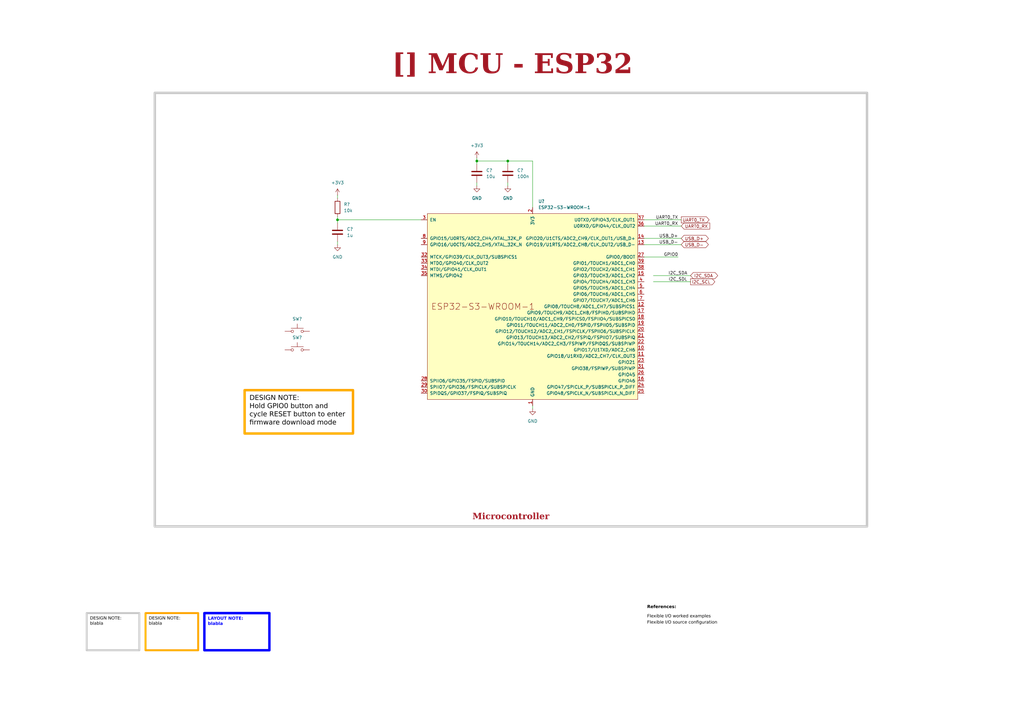
<source format=kicad_sch>
(kicad_sch (version 20231120) (generator "eeschema") (generator_version "8.0")
  (paper "A3")
  (title_block (title "MCU - ESP32") (date "Last Modified Date") (rev "${REVISION}") (company "${COMPANY}"))
  (lib_symbols
    (symbol "+3V3_1" (power) (pin_numbers hide) (pin_names (offset 0) hide)
      (property "Value" "+3V3" (at 0 3.556 0))
      (symbol "+3V3_1_0_1"
        (polyline (pts (xy -0.762 1.27) (xy 0 2.54)))
        (polyline (pts (xy 0 0) (xy 0 2.54)))
        (polyline (pts (xy 0 2.54) (xy 0.762 1.27)))
      )
      (symbol "+3V3_1_1_1"
        (pin power_in line (at 0 0 90) (length 0) (name "~") (number "1"))
      )
    )
    (symbol "Device:C" (pin_numbers hide) (pin_names (offset 0.254))
      (property "Reference" "C" (at 0.635 2.54 0))
      (property "Value" "C" (at 0.635 -2.54 0))
      (symbol "C_0_1"
        (polyline (pts (xy -2.032 -0.762) (xy 2.032 -0.762)) (stroke (width 0.508)))
        (polyline (pts (xy -2.032 0.762) (xy 2.032 0.762)) (stroke (width 0.508)))
      )
      (symbol "C_1_1"
        (pin passive line (at 0 3.81 270) (length 2.794) (name "~") (number "1"))
        (pin passive line (at 0 -3.81 90) (length 2.794) (name "~") (number "2"))
      )
    )
    (symbol "Device:R" (pin_numbers hide) (pin_names (offset 0))
      (property "Reference" "R" (at 2.032 0 90))
      (property "Value" "R" (at 0 0 90))
      (symbol "R_0_1"
        (rectangle (start -1.016 -2.54) (end 1.016 2.54) (stroke (width 0.254)))
      )
      (symbol "R_1_1"
        (pin passive line (at 0 3.81 270) (length 1.27) (name "~") (number "1"))
        (pin passive line (at 0 -3.81 90) (length 1.27) (name "~") (number "2"))
      )
    )
    (symbol "PCM_Espressif:ESP32-S3-WROOM-1" (pin_names (offset 1.016))
      (property "Reference" "U" (at -43.18 43.18 0))
      (property "Value" "ESP32-S3-WROOM-1" (at -43.18 40.64 0))
      (symbol "ESP32-S3-WROOM-1_0_0"
        (text "ESP32-S3-WROOM-1" (at -20.32 0 0) (effects (font (size 2.54 2.54))))
        (pin power_in line (at 0 -40.64 90) (length 2.54) (name "GND") (number "1"))
        (pin bidirectional line (at 45.72 -17.78 180) (length 2.54) (name "GPIO17/U1TXD/ADC2_CH6") (number "10"))
        (pin bidirectional line (at 45.72 -20.32 180) (length 2.54) (name "GPIO18/U1RXD/ADC2_CH7/CLK_OUT3") (number "11"))
        (pin bidirectional line (at 45.72 0 180) (length 2.54) (name "GPIO8/TOUCH8/ADC1_CH7/SUBSPICS1") (number "12"))
        (pin bidirectional line (at 45.72 25.4 180) (length 2.54) (name "GPIO19/U1RTS/ADC2_CH8/CLK_OUT2/USB_D-") (number "13"))
        (pin bidirectional line (at 45.72 27.94 180) (length 2.54) (name "GPIO20/U1CTS/ADC2_CH9/CLK_OUT1/USB_D+") (number "14"))
        (pin bidirectional line (at 45.72 12.7 180) (length 2.54) (name "GPIO3/TOUCH3/ADC1_CH2") (number "15"))
        (pin bidirectional line (at 45.72 -30.48 180) (length 2.54) (name "GPIO46") (number "16"))
        (pin bidirectional line (at 45.72 -2.54 180) (length 2.54) (name "GPIO9/TOUCH9/ADC1_CH8/FSPIHD/SUBSPIHD") (number "17"))
        (pin bidirectional line (at 45.72 -5.08 180) (length 2.54) (name "GPIO10/TOUCH10/ADC1_CH9/FSPICS0/FSPIIO4/SUBSPICS0") (number "18"))
        (pin bidirectional line (at 45.72 -7.62 180) (length 2.54) (name "GPIO11/TOUCH11/ADC2_CH0/FSPID/FSPIIO5/SUBSPID") (number "19"))
        (pin power_in line (at 0 40.64 270) (length 2.54) (name "3V3") (number "2"))
        (pin bidirectional line (at 45.72 -10.16 180) (length 2.54) (name "GPIO12/TOUCH12/ADC2_CH1/FSPICLK/FSPIIO6/SUBSPICLK") (number "20"))
        (pin bidirectional line (at 45.72 -12.7 180) (length 2.54) (name "GPIO13/TOUCH13/ADC2_CH2/FSPIQ/FSPIIO7/SUBSPIQ") (number "21"))
        (pin bidirectional line (at 45.72 -15.24 180) (length 2.54) (name "GPIO14/TOUCH14/ADC2_CH3/FSPIWP/FSPIDQS/SUBSPIWP") (number "22"))
        (pin bidirectional line (at 45.72 -22.86 180) (length 2.54) (name "GPIO21") (number "23"))
        (pin bidirectional line (at 45.72 -33.02 180) (length 2.54) (name "GPIO47/SPICLK_P/SUBSPICLK_P_DIFF") (number "24"))
        (pin bidirectional line (at 45.72 -35.56 180) (length 2.54) (name "GPIO48/SPICLK_N/SUBSPICLK_N_DIFF") (number "25"))
        (pin bidirectional line (at 45.72 -27.94 180) (length 2.54) (name "GPIO45") (number "26"))
        (pin bidirectional line (at 45.72 20.32 180) (length 2.54) (name "GPIO0/BOOT") (number "27"))
        (pin bidirectional line (at -45.72 -30.48 0) (length 2.54) (name "SPIIO6/GPIO35/FSPID/SUBSPID") (number "28"))
        (pin bidirectional line (at -45.72 -33.02 0) (length 2.54) (name "SPIIO7/GPIO36/FSPICLK/SUBSPICLK") (number "29"))
        (pin input line (at -45.72 35.56 0) (length 2.54) (name "EN") (number "3"))
        (pin bidirectional line (at -45.72 -35.56 0) (length 2.54) (name "SPIDQS/GPIO37/FSPIQ/SUBSPIQ") (number "30"))
        (pin bidirectional line (at 45.72 -25.4 180) (length 2.54) (name "GPIO38/FSPIWP/SUBSPIWP") (number "31"))
        (pin bidirectional line (at -45.72 20.32 0) (length 2.54) (name "MTCK/GPIO39/CLK_OUT3/SUBSPICS1") (number "32"))
        (pin bidirectional line (at -45.72 17.78 0) (length 2.54) (name "MTDO/GPIO40/CLK_OUT2") (number "33"))
        (pin bidirectional line (at -45.72 15.24 0) (length 2.54) (name "MTDI/GPIO41/CLK_OUT1") (number "34"))
        (pin bidirectional line (at -45.72 12.7 0) (length 2.54) (name "MTMS/GPIO42") (number "35"))
        (pin bidirectional line (at 45.72 33.02 180) (length 2.54) (name "U0RXD/GPIO44/CLK_OUT2") (number "36"))
        (pin bidirectional line (at 45.72 35.56 180) (length 2.54) (name "U0TXD/GPIO43/CLK_OUT1") (number "37"))
        (pin bidirectional line (at 45.72 15.24 180) (length 2.54) (name "GPIO2/TOUCH2/ADC1_CH1") (number "38"))
        (pin bidirectional line (at 45.72 17.78 180) (length 2.54) (name "GPIO1/TOUCH1/ADC1_CH0") (number "39"))
        (pin bidirectional line (at 45.72 10.16 180) (length 2.54) (name "GPIO4/TOUCH4/ADC1_CH3") (number "4"))
        (pin passive line (at 0 -40.64 90) (length 2.54) hide (name "GND") (number "40"))
        (pin passive line (at 0 -40.64 90) (length 2.54) hide (name "GND") (number "41"))
        (pin bidirectional line (at 45.72 7.62 180) (length 2.54) (name "GPIO5/TOUCH5/ADC1_CH4") (number "5"))
        (pin bidirectional line (at 45.72 5.08 180) (length 2.54) (name "GPIO6/TOUCH6/ADC1_CH5") (number "6"))
        (pin bidirectional line (at 45.72 2.54 180) (length 2.54) (name "GPIO7/TOUCH7/ADC1_CH6") (number "7"))
        (pin bidirectional line (at -45.72 27.94 0) (length 2.54) (name "GPIO15/U0RTS/ADC2_CH4/XTAL_32K_P") (number "8"))
        (pin bidirectional line (at -45.72 25.4 0) (length 2.54) (name "GPIO16/U0CTS/ADC2_CH5/XTAL_32K_N") (number "9"))
      )
      (symbol "ESP32-S3-WROOM-1_0_1"
        (rectangle (start -43.18 38.1) (end 43.18 -38.1) (fill (type background)))
      )
    )
    (symbol "Switch:SW_Push" (pin_numbers hide) (pin_names (offset 1.016) hide)
      (property "Reference" "SW" (at 1.27 2.54 0))
      (property "Value" "SW_Push" (at 0 -1.524 0))
      (symbol "SW_Push_0_1"
        (circle (center -2.032 0) (radius 0.508))
        (polyline (pts (xy 0 1.27) (xy 0 3.048)))
        (polyline (pts (xy 2.54 1.27) (xy -2.54 1.27)))
        (circle (center 2.032 0) (radius 0.508))
        (pin passive line (at -5.08 0 0) (length 2.54) (name "1") (number "1"))
        (pin passive line (at 5.08 0 180) (length 2.54) (name "2") (number "2"))
      )
    )
    (symbol "power:GND" (power) (pin_names (offset 0))
      (property "Value" "GND" (at 0 -3.81 0))
      (symbol "GND_0_1"
        (polyline (pts (xy 0 0) (xy 0 -1.27) (xy 1.27 -1.27) (xy 0 -2.54) (xy -1.27 -1.27) (xy 0 -1.27)))
      )
      (symbol "GND_1_1"
        (pin power_in line (at 0 0 270) (length 0) hide (name "GND") (number "1"))
      )
    )
  )
  (junction (at 195.58 66.04))
  (junction (at 138.43 90.17))
  (junction (at 208.28 66.04))
  (wire (pts (xy 267.97 115.57) (xy 283.21 115.57)))
  (wire (pts (xy 138.43 80.01) (xy 138.43 81.28)))
  (wire (pts (xy 264.16 90.17) (xy 279.4 90.17)))
  (wire (pts (xy 138.43 90.17) (xy 138.43 91.44)))
  (wire (pts (xy 264.16 100.33) (xy 279.4 100.33)))
  (wire (pts (xy 208.28 76.2) (xy 208.28 74.93)))
  (wire (pts (xy 264.16 97.79) (xy 279.4 97.79)))
  (wire (pts (xy 195.58 64.77) (xy 195.58 66.04)))
  (wire (pts (xy 138.43 88.9) (xy 138.43 90.17)))
  (wire (pts (xy 208.28 66.04) (xy 195.58 66.04)))
  (wire (pts (xy 138.43 100.33) (xy 138.43 99.06)))
  (wire (pts (xy 218.44 66.04) (xy 208.28 66.04)))
  (wire (pts (xy 195.58 66.04) (xy 195.58 67.31)))
  (wire (pts (xy 264.16 92.71) (xy 279.4 92.71)))
  (wire (pts (xy 264.16 105.41) (xy 278.13 105.41)))
  (wire (pts (xy 218.44 167.64) (xy 218.44 166.37)))
  (wire (pts (xy 218.44 85.09) (xy 218.44 66.04)))
  (wire (pts (xy 138.43 90.17) (xy 172.72 90.17)))
  (wire (pts (xy 208.28 67.31) (xy 208.28 66.04)))
  (wire (pts (xy 267.97 113.03) (xy 283.21 113.03)))
  (wire (pts (xy 195.58 76.2) (xy 195.58 74.93)))
  (rectangle (start 63.5 38.1) (end 355.6 215.9) (stroke (width 1) (color 200 200 200 1)))
  (text_box "DESIGN NOTE:\nHold GPIO0 button and cycle RESET button to enter firmware download mode" (at 100.33 160.02 0) (size 44.45 17.78) (stroke (width 1) (color 255 165 0 1)) (effects (font (size 2 2)) (justify left top)))
  (text_box "[${#}] ${TITLE}" (at 110.49 20.32 0) (size 199.39 12.7) (stroke (width -0.0001)) (effects (font (size 8 8) (thickness 1.2) (bold yes))))
  (text_box "DESIGN NOTE:\nblabla" (at 59.69 251.46 0) (size 21.59 15.24) (stroke (width 0.8) (color 255 165 0 1)) (effects (font (size 1.27 1.27)) (justify left top)))
  (text_box "LAYOUT NOTE:\nblabla" (at 83.82 251.46 0) (size 26.67 15.24) (stroke (width 1) (color 0 0 255 1)) (effects (font (size 1.27 1.27) (thickness 0.4) (bold yes)) (justify left top)))
  (text_box "Microcontroller" (at 63.5 205.74 0) (size 292.1 9.525) (stroke (width -0.0001)) (effects (font (size 2.54 2.54) (thickness 0.508) (bold yes)) (justify bottom)))
  (text_box "DESIGN NOTE:\nblabla" (at 35.56 251.46 0) (size 21.59 15.24) (stroke (width 0.8) (color 200 200 200 1)) (effects (font (size 1.27 1.27)) (justify left top)))
  (text "Flexible I/O worked examples" (at 265.43 254 0) (effects (font (size 1.27 1.27)) (justify left bottom)))
  (text "References:" (at 265.43 250.19 0) (effects (font (size 1.27 1.27) (thickness 0.254) (bold yes)) (justify left bottom)))
  (text "Flexible I/O source configuration" (at 265.43 256.54 0) (effects (font (size 1.27 1.27)) (justify left bottom)))
  (label "UART0_RX" (at 278.13 92.71 180))
  (label "GPIO0" (at 278.13 105.41 180))
  (label "I2C_SDL" (at 281.94 115.57 180))
  (label "USB_D+" (at 278.13 97.79 180))
  (label "I2C_SDA" (at 281.94 113.03 180))
  (label "USB_D-" (at 278.13 100.33 180))
  (label "UART0_TX" (at 278.13 90.17 180))
  (global_label "I2C_SCL" (shape output) (at 283.21 115.57 0) (property "Intersheetrefs" "${INTERSHEET_REFS}" (effects (hide yes))))
  (global_label "UART0_TX" (shape output) (at 279.4 90.17 0) (property "Intersheetrefs" "${INTERSHEET_REFS}" (effects (hide yes))))
  (global_label "USB_D+" (shape bidirectional) (at 279.4 97.79 0) (property "Intersheetrefs" "${INTERSHEET_REFS}" (effects (hide yes))))
  (global_label "USB_D-" (shape bidirectional) (at 279.4 100.33 0) (property "Intersheetrefs" "${INTERSHEET_REFS}" (effects (hide yes))))
  (global_label "UART0_RX" (shape input) (at 279.4 92.71 0) (property "Intersheetrefs" "${INTERSHEET_REFS}" (effects (hide yes))))
  (global_label "I2C_SDA" (shape bidirectional) (at 283.21 113.03 0) (property "Intersheetrefs" "${INTERSHEET_REFS}" (effects (hide yes))))
  (symbol (lib_id "Device:C") (at 195.58 71.12 0) (unit 1)
    (property "Reference" "C?" (at 199.39 69.85 0) (effects (justify left)))
    (property "Value" "10u" (at 199.39 72.39 0) (effects (justify left)))
    (property "Footprint" "Capacitor_SMD:C_0805_2012Metric" (effects (hide yes)))
  )
  (symbol (lib_id "Device:C") (at 138.43 95.25 0) (unit 1)
    (property "Reference" "C?" (at 142.24 93.98 0) (effects (justify left)))
    (property "Value" "1u" (at 142.24 96.52 0) (effects (justify left)))
    (property "Footprint" "Capacitor_SMD:C_0805_2012Metric" (effects (hide yes)))
  )
  (symbol (lib_id "Device:C") (at 208.28 71.12 0) (unit 1)
    (property "Reference" "C?" (at 212.09 69.85 0) (effects (justify left)))
    (property "Value" "100n" (at 212.09 72.39 0) (effects (justify left)))
    (property "Footprint" "Capacitor_SMD:C_0603_1608Metric" (effects (hide yes)))
  )
  (symbol (lib_id "power:GND") (at 195.58 76.2 0) (unit 1)
    (property "Reference" "#PWR022" (effects (hide yes)))
    (property "Value" "GND" (at 195.58 81.28 0))
  )
  (symbol (lib_id "power:GND") (at 208.28 76.2 0) (unit 1)
    (property "Reference" "#PWR023" (effects (hide yes)))
    (property "Value" "GND" (at 208.28 81.28 0))
  )
  (symbol (lib_id "power:GND") (at 218.44 167.64 0) (unit 1)
    (property "Reference" "#PWR024" (effects (hide yes)))
    (property "Value" "GND" (at 218.44 172.72 0))
  )
  (symbol (lib_name "+3V3_1") (lib_id "power:+3V3") (at 138.43 80.01 0) (unit 1)
    (property "Reference" "#PWR019" (effects (hide yes)))
    (property "Value" "+3V3" (at 138.43 74.93 0))
    (property "Description" "Power symbol creates a global label with name \"+3V3\"" (effects (hide yes)))
  )
  (symbol (lib_id "Switch:SW_Push") (at 121.92 135.89 0) (unit 1)
    (property "Reference" "SW?" (at 121.92 130.81 0))
    (property "Value" "SW_Push" (effects (hide yes)))
    (property "Description" "Push button switch, generic, two pins" (effects (hide yes)))
  )
  (symbol (lib_id "power:GND") (at 138.43 100.33 0) (unit 1)
    (property "Reference" "#PWR020" (effects (hide yes)))
    (property "Value" "GND" (at 138.43 105.41 0))
  )
  (symbol (lib_id "Switch:SW_Push") (at 121.92 143.51 0) (unit 1)
    (property "Reference" "SW?" (at 121.92 138.43 0))
    (property "Value" "SW_Push" (effects (hide yes)))
    (property "Description" "Push button switch, generic, two pins" (effects (hide yes)))
  )
  (symbol (lib_name "+3V3_1") (lib_id "power:+3V3") (at 195.58 64.77 0) (unit 1)
    (property "Reference" "#PWR021" (effects (hide yes)))
    (property "Value" "+3V3" (at 195.58 59.69 0))
    (property "Description" "Power symbol creates a global label with name \"+3V3\"" (effects (hide yes)))
  )
  (symbol (lib_id "PCM_Espressif:ESP32-S3-WROOM-1") (at 218.44 125.73 0) (unit 1)
    (property "Reference" "U?" (at 220.7535 82.55 0) (effects (justify left)))
    (property "Value" "ESP32-S3-WROOM-1" (at 220.7535 85.09 0) (effects (justify left)))
    (property "Footprint" "PCM_Espressif:ESP32-S3-WROOM-1" (effects (hide yes)))
    (property "Datasheet" "https://www.espressif.com/sites/default/files/documentation/esp32-s3-wroom-1_wroom-1u_datasheet_en.pdf" (effects (hide yes)))
    (property "Description" "2.4 GHz WiFi (802.11 b/g/n) and Bluetooth ® 5 (LE) module Built around ESP32S3 series of SoCs, Xtensa ® dualcore 32bit LX7 microprocessor Flash up to 16 MB, PSRAM up to 8 MB 36 GPIOs, rich set of peripherals Onboard PCB antenna" (effects (hide yes)))
  )
  (symbol (lib_id "Device:R") (at 138.43 85.09 0) (unit 1)
    (property "Reference" "R?" (at 140.97 83.82 0) (effects (justify left)))
    (property "Value" "10k" (at 140.97 86.36 0) (effects (justify left)))
    (property "Footprint" "Resistor_SMD:R_0603_1608Metric" (effects (hide yes)))
  )
)
</source>
